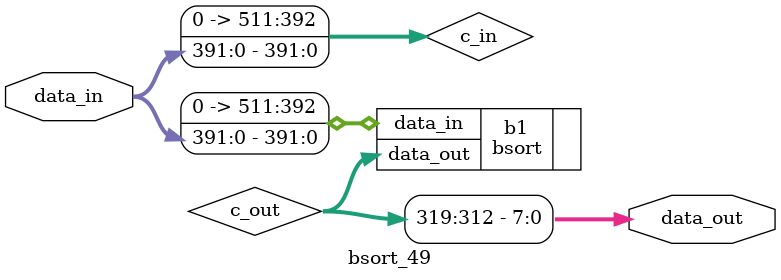
<source format=v>
`include "./bsort.v"


module bsort_49(data_in, data_out);


input   [391:0] data_in;
output  [7:0] data_out;

wire    [511:0] c_in;
wire    [511:0] c_out;

assign  c_in[391:0]   = data_in;
assign  c_in[511:392] = 0;

assign  data_out[3:0] = c_out[315:312];
assign  data_out[7:4] = c_out[319:316];
bsort b1(.data_in(c_in), .data_out(c_out));


endmodule

</source>
